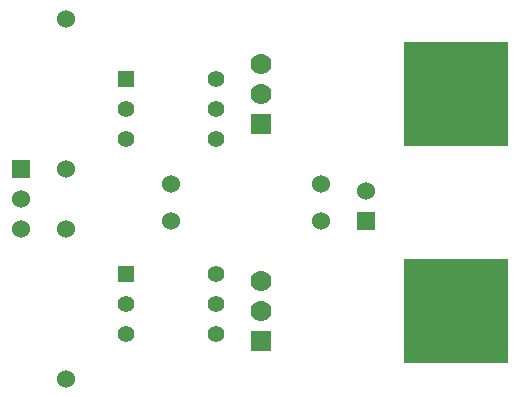
<source format=gtl>
G04 (created by PCBNEW-RS274X (2011-05-25)-stable) date Wed 21 Mar 2012 10:40:31 PM MST*
G01*
G70*
G90*
%MOIN*%
G04 Gerber Fmt 3.4, Leading zero omitted, Abs format*
%FSLAX34Y34*%
G04 APERTURE LIST*
%ADD10C,0.006000*%
%ADD11R,0.070000X0.070000*%
%ADD12C,0.070000*%
%ADD13R,0.350000X0.350000*%
%ADD14C,0.060000*%
%ADD15R,0.060000X0.060000*%
%ADD16R,0.055000X0.055000*%
%ADD17C,0.055000*%
G04 APERTURE END LIST*
G54D10*
G54D11*
X64000Y-19250D03*
G54D12*
X64000Y-17250D03*
X64000Y-18250D03*
G54D13*
X70500Y-18250D03*
G54D11*
X64000Y-26500D03*
G54D12*
X64000Y-24500D03*
X64000Y-25500D03*
G54D13*
X70500Y-25500D03*
G54D14*
X57500Y-15750D03*
X57500Y-20750D03*
X57500Y-27750D03*
X57500Y-22750D03*
X66000Y-21250D03*
X61000Y-21250D03*
X66000Y-22500D03*
X61000Y-22500D03*
G54D15*
X56000Y-20750D03*
G54D14*
X56000Y-21750D03*
X56000Y-22750D03*
G54D15*
X67500Y-22500D03*
G54D14*
X67500Y-21500D03*
G54D16*
X59500Y-24250D03*
G54D17*
X59500Y-25250D03*
X59500Y-26250D03*
X62500Y-26250D03*
X62500Y-25250D03*
X62500Y-24250D03*
G54D16*
X59500Y-17750D03*
G54D17*
X59500Y-18750D03*
X59500Y-19750D03*
X62500Y-19750D03*
X62500Y-18750D03*
X62500Y-17750D03*
M02*

</source>
